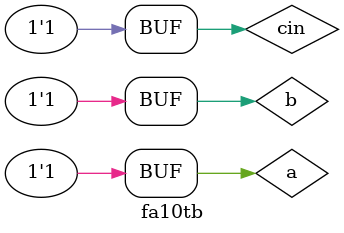
<source format=v>
`timescale 1ns / 1ps


module fa10tb;

	// Inputs
	reg a;
	reg b;
	reg cin;

	// Outputs
	wire sum;
	wire carry;

	// Instantiate the Unit Under Test (UUT)
	fa10 uut (
		.a(a),  
		.b(b), 
		.cin(cin), 
		.sum(sum), 
		.carry(carry)
	);
	initial begin
	$monitor("time=%b,a=%b,b=%b,cin=%b,sum=%b,carry=%b",$time,a,b,cin,sum,carry);
	end

	initial begin
		// Initialize Inputs
		a = 0;
		b = 0;
		cin = 0;

		// Wait 100 ns for global reset to finish
		#100;a=0;b=0;cin=1;
		#100;a=0;b=1;cin=0;
		#100;a=0;b=1;cin=1;
		#100;a=1;b=0;cin=0;
		#100;a=1;b=0;cin=1;
      #100;a=1;b=1;cin=0;
		#100;a=1;b=1;cin=1;
        
        
        
        
        
        
		// Add stimulus here

	end
      
endmodule


</source>
